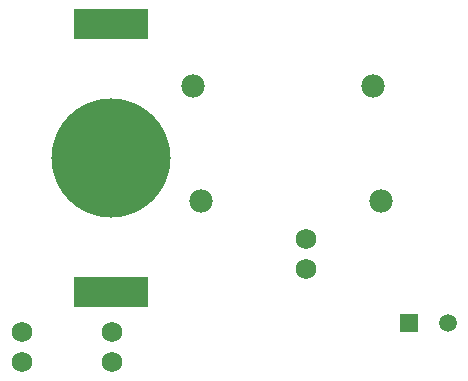
<source format=gts>
G04 Layer: TopSolderMaskLayer*
G04 EasyEDA v6.5.50, 2025-06-19 07:24:45*
G04 7d549219ca2640139f8de253ff9de405,3f078cb1506742e7acfa9f53f525b8a4,10*
G04 Gerber Generator version 0.2*
G04 Scale: 100 percent, Rotated: No, Reflected: No *
G04 Dimensions in millimeters *
G04 leading zeros omitted , absolute positions ,4 integer and 5 decimal *
%FSLAX45Y45*%
%MOMM*%

%AMMACRO1*4,1,8,-0.7196,-0.7493,-0.7493,-0.7193,-0.7493,0.7196,-0.7196,0.7493,0.7193,0.7493,0.7493,0.7196,0.7493,-0.7193,0.7193,-0.7493,-0.7196,-0.7493,0*%
%AMMACRO2*4,1,8,-3.0709,-1.2501,-3.1001,-1.2206,-3.1001,1.2209,-3.0709,1.2501,3.0706,1.2501,3.1001,1.2209,3.1001,-1.2206,3.0706,-1.2501,-3.0709,-1.2501,0*%
%AMMACRO3*4,1,8,-3.0709,-1.2499,-3.1001,-1.2205,-3.1001,1.2207,-3.0709,1.2499,3.0706,1.2499,3.1001,1.2207,3.1001,-1.2205,3.0706,-1.2499,-3.0709,-1.2499,0*%
%ADD10C,1.7526*%
%ADD11MACRO1*%
%ADD12C,1.4986*%
%ADD13C,1.9812*%
%ADD14MACRO2*%
%ADD15C,10.1000*%
%ADD16MACRO3*%
%ADD17C,0.0136*%

%LPD*%
D10*
G01*
X3835400Y3263900D03*
G01*
X3835400Y3009900D03*
D11*
G01*
X4711700Y2552700D03*
D12*
G01*
X5041900Y2552700D03*
D10*
G01*
X1430705Y2479497D03*
G01*
X1430705Y2225497D03*
G01*
X2192705Y2479497D03*
G01*
X2192705Y2225497D03*
D13*
G01*
X2882900Y4559300D03*
G01*
X4406900Y4559300D03*
G01*
X2946400Y3581400D03*
G01*
X4470400Y3581400D03*
D14*
G01*
X2184400Y2814688D03*
D15*
G01*
X2184400Y3949700D03*
D16*
G01*
X2184400Y5084699D03*
M02*

</source>
